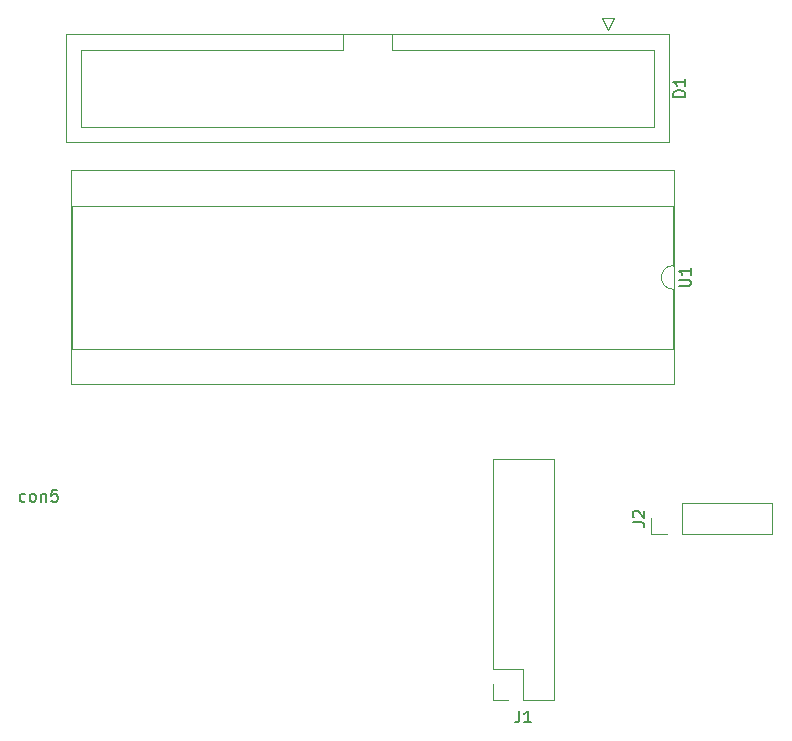
<source format=gbr>
%TF.GenerationSoftware,KiCad,Pcbnew,7.0.1*%
%TF.CreationDate,2024-04-08T12:26:25+03:00*%
%TF.ProjectId,double_flop,646f7562-6c65-45f6-966c-6f702e6b6963,rev?*%
%TF.SameCoordinates,Original*%
%TF.FileFunction,Legend,Top*%
%TF.FilePolarity,Positive*%
%FSLAX46Y46*%
G04 Gerber Fmt 4.6, Leading zero omitted, Abs format (unit mm)*
G04 Created by KiCad (PCBNEW 7.0.1) date 2024-04-08 12:26:25*
%MOMM*%
%LPD*%
G01*
G04 APERTURE LIST*
%ADD10C,0.150000*%
%ADD11C,0.120000*%
G04 APERTURE END LIST*
D10*
%TO.C,con5*%
X139617142Y-66035000D02*
X139521904Y-66082619D01*
X139521904Y-66082619D02*
X139331428Y-66082619D01*
X139331428Y-66082619D02*
X139236190Y-66035000D01*
X139236190Y-66035000D02*
X139188571Y-65987380D01*
X139188571Y-65987380D02*
X139140952Y-65892142D01*
X139140952Y-65892142D02*
X139140952Y-65606428D01*
X139140952Y-65606428D02*
X139188571Y-65511190D01*
X139188571Y-65511190D02*
X139236190Y-65463571D01*
X139236190Y-65463571D02*
X139331428Y-65415952D01*
X139331428Y-65415952D02*
X139521904Y-65415952D01*
X139521904Y-65415952D02*
X139617142Y-65463571D01*
X140188571Y-66082619D02*
X140093333Y-66035000D01*
X140093333Y-66035000D02*
X140045714Y-65987380D01*
X140045714Y-65987380D02*
X139998095Y-65892142D01*
X139998095Y-65892142D02*
X139998095Y-65606428D01*
X139998095Y-65606428D02*
X140045714Y-65511190D01*
X140045714Y-65511190D02*
X140093333Y-65463571D01*
X140093333Y-65463571D02*
X140188571Y-65415952D01*
X140188571Y-65415952D02*
X140331428Y-65415952D01*
X140331428Y-65415952D02*
X140426666Y-65463571D01*
X140426666Y-65463571D02*
X140474285Y-65511190D01*
X140474285Y-65511190D02*
X140521904Y-65606428D01*
X140521904Y-65606428D02*
X140521904Y-65892142D01*
X140521904Y-65892142D02*
X140474285Y-65987380D01*
X140474285Y-65987380D02*
X140426666Y-66035000D01*
X140426666Y-66035000D02*
X140331428Y-66082619D01*
X140331428Y-66082619D02*
X140188571Y-66082619D01*
X140950476Y-65415952D02*
X140950476Y-66082619D01*
X140950476Y-65511190D02*
X140998095Y-65463571D01*
X140998095Y-65463571D02*
X141093333Y-65415952D01*
X141093333Y-65415952D02*
X141236190Y-65415952D01*
X141236190Y-65415952D02*
X141331428Y-65463571D01*
X141331428Y-65463571D02*
X141379047Y-65558809D01*
X141379047Y-65558809D02*
X141379047Y-66082619D01*
X142331428Y-65082619D02*
X141855238Y-65082619D01*
X141855238Y-65082619D02*
X141807619Y-65558809D01*
X141807619Y-65558809D02*
X141855238Y-65511190D01*
X141855238Y-65511190D02*
X141950476Y-65463571D01*
X141950476Y-65463571D02*
X142188571Y-65463571D01*
X142188571Y-65463571D02*
X142283809Y-65511190D01*
X142283809Y-65511190D02*
X142331428Y-65558809D01*
X142331428Y-65558809D02*
X142379047Y-65654047D01*
X142379047Y-65654047D02*
X142379047Y-65892142D01*
X142379047Y-65892142D02*
X142331428Y-65987380D01*
X142331428Y-65987380D02*
X142283809Y-66035000D01*
X142283809Y-66035000D02*
X142188571Y-66082619D01*
X142188571Y-66082619D02*
X141950476Y-66082619D01*
X141950476Y-66082619D02*
X141855238Y-66035000D01*
X141855238Y-66035000D02*
X141807619Y-65987380D01*
%TO.C,J2*%
X191032619Y-67833333D02*
X191746904Y-67833333D01*
X191746904Y-67833333D02*
X191889761Y-67880952D01*
X191889761Y-67880952D02*
X191985000Y-67976190D01*
X191985000Y-67976190D02*
X192032619Y-68119047D01*
X192032619Y-68119047D02*
X192032619Y-68214285D01*
X191127857Y-67404761D02*
X191080238Y-67357142D01*
X191080238Y-67357142D02*
X191032619Y-67261904D01*
X191032619Y-67261904D02*
X191032619Y-67023809D01*
X191032619Y-67023809D02*
X191080238Y-66928571D01*
X191080238Y-66928571D02*
X191127857Y-66880952D01*
X191127857Y-66880952D02*
X191223095Y-66833333D01*
X191223095Y-66833333D02*
X191318333Y-66833333D01*
X191318333Y-66833333D02*
X191461190Y-66880952D01*
X191461190Y-66880952D02*
X192032619Y-67452380D01*
X192032619Y-67452380D02*
X192032619Y-66833333D01*
%TO.C,J1*%
X181436666Y-83772619D02*
X181436666Y-84486904D01*
X181436666Y-84486904D02*
X181389047Y-84629761D01*
X181389047Y-84629761D02*
X181293809Y-84725000D01*
X181293809Y-84725000D02*
X181150952Y-84772619D01*
X181150952Y-84772619D02*
X181055714Y-84772619D01*
X182436666Y-84772619D02*
X181865238Y-84772619D01*
X182150952Y-84772619D02*
X182150952Y-83772619D01*
X182150952Y-83772619D02*
X182055714Y-83915476D01*
X182055714Y-83915476D02*
X181960476Y-84010714D01*
X181960476Y-84010714D02*
X181865238Y-84058333D01*
%TO.C,U1*%
X194935119Y-47854404D02*
X195744642Y-47854404D01*
X195744642Y-47854404D02*
X195839880Y-47806785D01*
X195839880Y-47806785D02*
X195887500Y-47759166D01*
X195887500Y-47759166D02*
X195935119Y-47663928D01*
X195935119Y-47663928D02*
X195935119Y-47473452D01*
X195935119Y-47473452D02*
X195887500Y-47378214D01*
X195887500Y-47378214D02*
X195839880Y-47330595D01*
X195839880Y-47330595D02*
X195744642Y-47282976D01*
X195744642Y-47282976D02*
X194935119Y-47282976D01*
X195935119Y-46282976D02*
X195935119Y-46854404D01*
X195935119Y-46568690D02*
X194935119Y-46568690D01*
X194935119Y-46568690D02*
X195077976Y-46663928D01*
X195077976Y-46663928D02*
X195173214Y-46759166D01*
X195173214Y-46759166D02*
X195220833Y-46854404D01*
%TO.C,D1*%
X195480119Y-31805594D02*
X194480119Y-31805594D01*
X194480119Y-31805594D02*
X194480119Y-31567499D01*
X194480119Y-31567499D02*
X194527738Y-31424642D01*
X194527738Y-31424642D02*
X194622976Y-31329404D01*
X194622976Y-31329404D02*
X194718214Y-31281785D01*
X194718214Y-31281785D02*
X194908690Y-31234166D01*
X194908690Y-31234166D02*
X195051547Y-31234166D01*
X195051547Y-31234166D02*
X195242023Y-31281785D01*
X195242023Y-31281785D02*
X195337261Y-31329404D01*
X195337261Y-31329404D02*
X195432500Y-31424642D01*
X195432500Y-31424642D02*
X195480119Y-31567499D01*
X195480119Y-31567499D02*
X195480119Y-31805594D01*
X195480119Y-30281785D02*
X195480119Y-30853213D01*
X195480119Y-30567499D02*
X194480119Y-30567499D01*
X194480119Y-30567499D02*
X194622976Y-30662737D01*
X194622976Y-30662737D02*
X194718214Y-30757975D01*
X194718214Y-30757975D02*
X194765833Y-30853213D01*
D11*
%TO.C,J2*%
X195170000Y-66170000D02*
X202850000Y-66170000D01*
X193900000Y-68830000D02*
X192570000Y-68830000D01*
X202850000Y-68830000D02*
X202850000Y-66170000D01*
X195170000Y-68830000D02*
X195170000Y-66170000D01*
X192570000Y-68830000D02*
X192570000Y-67500000D01*
X195170000Y-68830000D02*
X202850000Y-68830000D01*
%TO.C,J1*%
X180500000Y-82870000D02*
X179170000Y-82870000D01*
X179170000Y-82870000D02*
X179170000Y-81540000D01*
X184370000Y-82870000D02*
X181770000Y-82870000D01*
X184370000Y-82870000D02*
X184370000Y-62430000D01*
X181770000Y-82870000D02*
X181770000Y-80270000D01*
X179170000Y-80270000D02*
X179170000Y-62430000D01*
X181770000Y-80270000D02*
X179170000Y-80270000D01*
X184370000Y-62430000D02*
X179170000Y-62430000D01*
%TO.C,U1*%
X194532500Y-38032500D02*
X143492500Y-38032500D01*
X143492500Y-38032500D02*
X143492500Y-56152500D01*
X194472500Y-41032500D02*
X143552500Y-41032500D01*
X143552500Y-41032500D02*
X143552500Y-53152500D01*
X194472500Y-46092500D02*
X194472500Y-41032500D01*
X194472500Y-53152500D02*
X194472500Y-48092500D01*
X143552500Y-53152500D02*
X194472500Y-53152500D01*
X194532500Y-56152500D02*
X194532500Y-38032500D01*
X143492500Y-56152500D02*
X194532500Y-56152500D01*
X194472500Y-46092500D02*
G75*
G03*
X194472500Y-48092500I0J-1000000D01*
G01*
%TO.C,D1*%
X189417500Y-25117500D02*
X188417500Y-25117500D01*
X188417500Y-25117500D02*
X188917500Y-26117500D01*
X188917500Y-26117500D02*
X189417500Y-25117500D01*
X194127500Y-26507500D02*
X194127500Y-35627500D01*
X170647500Y-26507500D02*
X170647500Y-27817500D01*
X143067500Y-26507500D02*
X194127500Y-26507500D01*
X192827500Y-27817500D02*
X192827500Y-34317500D01*
X170647500Y-27817500D02*
X192827500Y-27817500D01*
X166547500Y-27817500D02*
X166547500Y-26507500D01*
X166547500Y-27817500D02*
X166547500Y-27817500D01*
X144367500Y-27817500D02*
X166547500Y-27817500D01*
X192827500Y-34317500D02*
X144367500Y-34317500D01*
X144367500Y-34317500D02*
X144367500Y-27817500D01*
X194127500Y-35627500D02*
X143067500Y-35627500D01*
X143067500Y-35627500D02*
X143067500Y-26507500D01*
%TD*%
M02*

</source>
